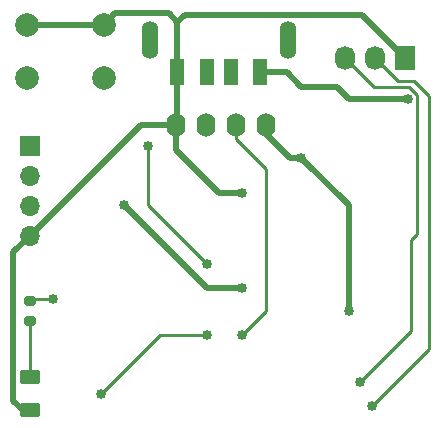
<source format=gtl>
G04 #@! TF.GenerationSoftware,KiCad,Pcbnew,(6.0.0)*
G04 #@! TF.CreationDate,2022-01-08T18:45:48-05:00*
G04 #@! TF.ProjectId,anavi-thermometer,616e6176-692d-4746-9865-726d6f6d6574,rev?*
G04 #@! TF.SameCoordinates,Original*
G04 #@! TF.FileFunction,Copper,L1,Top*
G04 #@! TF.FilePolarity,Positive*
%FSLAX46Y46*%
G04 Gerber Fmt 4.6, Leading zero omitted, Abs format (unit mm)*
G04 Created by KiCad (PCBNEW (6.0.0)) date 2022-01-08 18:45:48*
%MOMM*%
%LPD*%
G01*
G04 APERTURE LIST*
G04 Aperture macros list*
%AMRoundRect*
0 Rectangle with rounded corners*
0 $1 Rounding radius*
0 $2 $3 $4 $5 $6 $7 $8 $9 X,Y pos of 4 corners*
0 Add a 4 corners polygon primitive as box body*
4,1,4,$2,$3,$4,$5,$6,$7,$8,$9,$2,$3,0*
0 Add four circle primitives for the rounded corners*
1,1,$1+$1,$2,$3*
1,1,$1+$1,$4,$5*
1,1,$1+$1,$6,$7*
1,1,$1+$1,$8,$9*
0 Add four rect primitives between the rounded corners*
20,1,$1+$1,$2,$3,$4,$5,0*
20,1,$1+$1,$4,$5,$6,$7,0*
20,1,$1+$1,$6,$7,$8,$9,0*
20,1,$1+$1,$8,$9,$2,$3,0*%
G04 Aperture macros list end*
G04 #@! TA.AperFunction,SMDPad,CuDef*
%ADD10RoundRect,0.250000X0.625000X-0.375000X0.625000X0.375000X-0.625000X0.375000X-0.625000X-0.375000X0*%
G04 #@! TD*
G04 #@! TA.AperFunction,SMDPad,CuDef*
%ADD11RoundRect,0.200000X-0.275000X0.200000X-0.275000X-0.200000X0.275000X-0.200000X0.275000X0.200000X0*%
G04 #@! TD*
G04 #@! TA.AperFunction,ComponentPad*
%ADD12C,2.000000*%
G04 #@! TD*
G04 #@! TA.AperFunction,ComponentPad*
%ADD13R,1.727200X2.032000*%
G04 #@! TD*
G04 #@! TA.AperFunction,ComponentPad*
%ADD14O,1.727200X2.032000*%
G04 #@! TD*
G04 #@! TA.AperFunction,ComponentPad*
%ADD15R,1.700000X1.700000*%
G04 #@! TD*
G04 #@! TA.AperFunction,ComponentPad*
%ADD16O,1.700000X1.700000*%
G04 #@! TD*
G04 #@! TA.AperFunction,ComponentPad*
%ADD17O,1.600000X2.000000*%
G04 #@! TD*
G04 #@! TA.AperFunction,SMDPad,CuDef*
%ADD18R,1.200000X2.300000*%
G04 #@! TD*
G04 #@! TA.AperFunction,ComponentPad*
%ADD19O,1.400000X3.200000*%
G04 #@! TD*
G04 #@! TA.AperFunction,ViaPad*
%ADD20C,0.850000*%
G04 #@! TD*
G04 #@! TA.AperFunction,Conductor*
%ADD21C,0.254000*%
G04 #@! TD*
G04 #@! TA.AperFunction,Conductor*
%ADD22C,0.500000*%
G04 #@! TD*
G04 APERTURE END LIST*
D10*
X124000000Y-111400000D03*
X124000000Y-108600000D03*
D11*
X124000000Y-102175000D03*
X124000000Y-103825000D03*
D12*
X130250000Y-78750000D03*
X123750000Y-78750000D03*
X130250000Y-83250000D03*
X123750000Y-83250000D03*
D13*
X155783676Y-81563234D03*
D14*
X153243676Y-81563234D03*
X150703676Y-81563234D03*
D15*
X124000000Y-89000000D03*
D16*
X124000000Y-91540000D03*
X124000000Y-94080000D03*
X124000000Y-96620000D03*
D17*
X136380000Y-87199373D03*
X138920000Y-87199373D03*
X141460000Y-87199373D03*
X144000000Y-87199373D03*
D18*
X143500000Y-82750000D03*
X141000000Y-82750000D03*
X139000000Y-82750000D03*
X136500000Y-82750000D03*
D19*
X145850000Y-80000000D03*
X134150000Y-80000000D03*
D20*
X142000000Y-93000000D03*
X142000000Y-105000000D03*
X152000000Y-109000000D03*
X153000000Y-111000000D03*
X126000000Y-102000000D03*
X139000000Y-99000000D03*
X130000000Y-110000000D03*
X134000000Y-89000000D03*
X139000000Y-105000000D03*
X156000000Y-85000000D03*
X132000000Y-94000000D03*
X142000000Y-101000000D03*
X151000000Y-103000000D03*
X147000000Y-90000000D03*
D21*
X124000000Y-103825000D02*
X124000000Y-108600000D01*
D22*
X122621480Y-97998520D02*
X122621480Y-110621480D01*
X130250000Y-78750000D02*
X131250000Y-77750000D01*
X133420627Y-87199373D02*
X124000000Y-96620000D01*
X123400000Y-111400000D02*
X124000000Y-111400000D01*
X122621480Y-110621480D02*
X123400000Y-111400000D01*
X136500000Y-82750000D02*
X136500000Y-87079373D01*
X131250000Y-77750000D02*
X135750000Y-77750000D01*
X136500000Y-78500000D02*
X137103520Y-77896480D01*
X136380000Y-89380000D02*
X136380000Y-87199373D01*
X152116922Y-77896480D02*
X155783676Y-81563234D01*
X123750000Y-78750000D02*
X130250000Y-78750000D01*
X142000000Y-93000000D02*
X140000000Y-93000000D01*
X136500000Y-87079373D02*
X136380000Y-87199373D01*
X140000000Y-93000000D02*
X136380000Y-89380000D01*
X124000000Y-96620000D02*
X122621480Y-97998520D01*
X136500000Y-82750000D02*
X136500000Y-78500000D01*
X135750000Y-77750000D02*
X136500000Y-78500000D01*
X136380000Y-87199373D02*
X133420627Y-87199373D01*
X137103520Y-77896480D02*
X152116922Y-77896480D01*
D21*
X141460000Y-88460000D02*
X141460000Y-87199373D01*
X144000000Y-91000000D02*
X141460000Y-88460000D01*
X142000000Y-105000000D02*
X144000000Y-103000000D01*
X144000000Y-103000000D02*
X144000000Y-91000000D01*
X153140442Y-84000000D02*
X150703676Y-81563234D01*
X156139166Y-84000000D02*
X153140442Y-84000000D01*
X156805511Y-96492480D02*
X156805511Y-84666345D01*
X156297991Y-104702009D02*
X156297991Y-97000000D01*
X156297991Y-97000000D02*
X156805511Y-96492480D01*
X156805511Y-84666345D02*
X156139166Y-84000000D01*
X152000000Y-109000000D02*
X156297991Y-104702009D01*
X157798480Y-106201520D02*
X153000000Y-111000000D01*
X157798480Y-84798480D02*
X157798480Y-106201520D01*
X156492480Y-83492480D02*
X157798480Y-84798480D01*
X155172922Y-83492480D02*
X156492480Y-83492480D01*
X153243676Y-81563234D02*
X155172922Y-83492480D01*
X126000000Y-102000000D02*
X124175000Y-102000000D01*
X124175000Y-102000000D02*
X124000000Y-102175000D01*
X135000000Y-105000000D02*
X130000000Y-110000000D01*
X139000000Y-105000000D02*
X135000000Y-105000000D01*
X134000000Y-89000000D02*
X134000000Y-94000000D01*
X134000000Y-94000000D02*
X139000000Y-99000000D01*
D22*
X150000000Y-84000000D02*
X151000000Y-85000000D01*
X151000000Y-85000000D02*
X156000000Y-85000000D01*
X143500000Y-82750000D02*
X145750000Y-82750000D01*
X147000000Y-84000000D02*
X150000000Y-84000000D01*
X145750000Y-82750000D02*
X147000000Y-84000000D01*
X139000000Y-101000000D02*
X132000000Y-94000000D01*
X142000000Y-101000000D02*
X139000000Y-101000000D01*
X146000000Y-90000000D02*
X147000000Y-90000000D01*
X144000000Y-88000000D02*
X146000000Y-90000000D01*
X147000000Y-90000000D02*
X151000000Y-94000000D01*
X151000000Y-94000000D02*
X151000000Y-103000000D01*
X144000000Y-87199373D02*
X144000000Y-88000000D01*
M02*

</source>
